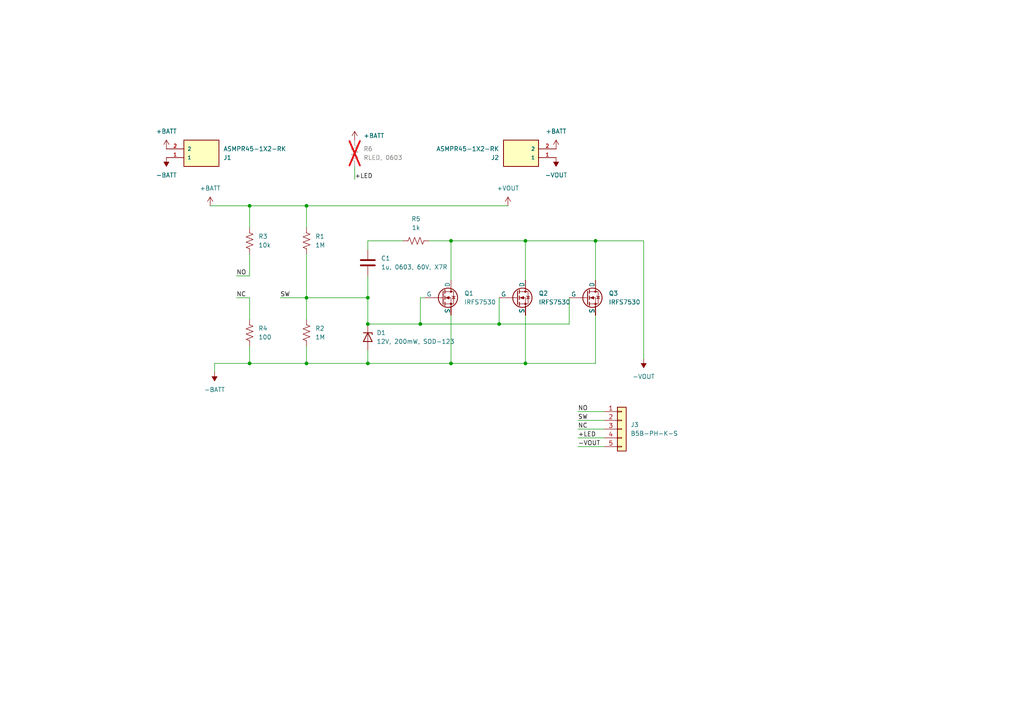
<source format=kicad_sch>
(kicad_sch (version 20231120) (generator "eeschema") (generator_version "8.0")
  (paper "A4")
  (lib_symbols
    (symbol "ASMPR45-1X2-RK:ASMPR45-1X2-RK" (pin_names (offset 1.016))
      (property "Reference" "J" (at -5.08 3.302 0))
      (property "Value" "ASMPR45-1X2-RK" (at -5.08 -7.62 0))
      (symbol "ASMPR45-1X2-RK_0_0"
        (rectangle (start -5.08 -5.08) (end 5.08 2.54) (stroke (width 0.254)) (fill (type background)))
        (pin passive line (at -10.16 0 0) (length 5.08) (name "1") (number "1"))
        (pin passive line (at -10.16 -2.54 0) (length 5.08) (name "2") (number "2"))
      )
    )
    (symbol "Conn_01x05_1" (pin_names (offset 1.016) hide)
      (property "Reference" "J" (at 0 7.62 0))
      (property "Value" "Conn_01x05" (at 0 -7.62 0))
      (symbol "Conn_01x05_1_1_1"
        (rectangle (start -1.27 -4.953) (end 0 -5.207) (stroke (width 0.1524)))
        (rectangle (start -1.27 -2.413) (end 0 -2.667) (stroke (width 0.1524)))
        (rectangle (start -1.27 0.127) (end 0 -0.127) (stroke (width 0.1524)))
        (rectangle (start -1.27 2.667) (end 0 2.413) (stroke (width 0.1524)))
        (rectangle (start -1.27 5.207) (end 0 4.953) (stroke (width 0.1524)))
        (rectangle (start -1.27 6.35) (end 1.27 -6.35) (stroke (width 0.254)) (fill (type background)))
        (pin passive line (at -5.08 5.08 0) (length 3.81) (name "Pin_1") (number "1"))
        (pin passive line (at -5.08 2.54 0) (length 3.81) (name "Pin_2") (number "2"))
        (pin passive line (at -5.08 0 0) (length 3.81) (name "Pin_3") (number "3"))
        (pin passive line (at -5.08 -2.54 0) (length 3.81) (name "Pin_4") (number "4"))
        (pin passive line (at -5.08 -5.08 0) (length 3.81) (name "Pin_5") (number "5"))
      )
    )
    (symbol "Device:C" (pin_numbers hide) (pin_names (offset 0.254))
      (property "Reference" "C" (at 0.635 2.54 0))
      (property "Value" "C" (at 0.635 -2.54 0))
      (symbol "C_0_1"
        (polyline (pts (xy -2.032 -0.762) (xy 2.032 -0.762)) (stroke (width 0.508)))
        (polyline (pts (xy -2.032 0.762) (xy 2.032 0.762)) (stroke (width 0.508)))
      )
      (symbol "C_1_1"
        (pin passive line (at 0 3.81 270) (length 2.794) (name "~") (number "1"))
        (pin passive line (at 0 -3.81 90) (length 2.794) (name "~") (number "2"))
      )
    )
    (symbol "Device:D_Zener" (pin_numbers hide) (pin_names (offset 1.016) hide)
      (property "Reference" "D" (at 0 2.54 0))
      (property "Value" "D_Zener" (at 0 -2.54 0))
      (symbol "D_Zener_0_1"
        (polyline (pts (xy 1.27 0) (xy -1.27 0)))
        (polyline (pts (xy -1.27 -1.27) (xy -1.27 1.27) (xy -0.762 1.27)) (stroke (width 0.254)))
        (polyline (pts (xy 1.27 -1.27) (xy 1.27 1.27) (xy -1.27 0) (xy 1.27 -1.27)) (stroke (width 0.254)))
      )
      (symbol "D_Zener_1_1"
        (pin passive line (at -3.81 0 0) (length 2.54) (name "K") (number "1"))
        (pin passive line (at 3.81 0 180) (length 2.54) (name "A") (number "2"))
      )
    )
    (symbol "Device:R_US" (pin_numbers hide) (pin_names (offset 0))
      (property "Reference" "R" (at 2.54 0 90))
      (property "Value" "R_US" (at -2.54 0 90))
      (symbol "R_US_0_1"
        (polyline (pts (xy 0 -2.286) (xy 0 -2.54)))
        (polyline (pts (xy 0 2.286) (xy 0 2.54)))
        (polyline (pts (xy 0 -0.762) (xy 1.016 -1.143) (xy 0 -1.524) (xy -1.016 -1.905) (xy 0 -2.286)))
        (polyline (pts (xy 0 0.762) (xy 1.016 0.381) (xy 0 0) (xy -1.016 -0.381) (xy 0 -0.762)))
        (polyline (pts (xy 0 2.286) (xy 1.016 1.905) (xy 0 1.524) (xy -1.016 1.143) (xy 0 0.762)))
      )
      (symbol "R_US_1_1"
        (pin passive line (at 0 3.81 270) (length 1.27) (name "~") (number "1"))
        (pin passive line (at 0 -3.81 90) (length 1.27) (name "~") (number "2"))
      )
    )
    (symbol "NMOS_1" (pin_numbers hide) (pin_names (offset 0))
      (property "Reference" "Q1" (at 6.35 1.2701 0))
      (property "Value" "IRFS7530" (at 6.35 -1.2699 0))
      (symbol "NMOS_1_0_1"
        (polyline (pts (xy 0.254 0) (xy -2.54 0)))
        (polyline (pts (xy 0.254 1.905) (xy 0.254 -1.905)) (stroke (width 0.254)))
        (polyline (pts (xy 0.762 -1.27) (xy 0.762 -2.286)) (stroke (width 0.254)))
        (polyline (pts (xy 0.762 0.508) (xy 0.762 -0.508)) (stroke (width 0.254)))
        (polyline (pts (xy 0.762 2.286) (xy 0.762 1.27)) (stroke (width 0.254)))
        (polyline (pts (xy 2.54 2.54) (xy 2.54 1.778)))
        (polyline (pts (xy 2.54 -2.54) (xy 2.54 0) (xy 0.762 0)))
        (polyline (pts (xy 0.762 -1.778) (xy 3.302 -1.778) (xy 3.302 1.778) (xy 0.762 1.778)))
        (polyline (pts (xy 1.016 0) (xy 2.032 0.381) (xy 2.032 -0.381) (xy 1.016 0)) (fill (type outline)))
        (polyline (pts (xy 2.794 0.508) (xy 2.921 0.381) (xy 3.683 0.381) (xy 3.81 0.254)))
        (polyline (pts (xy 3.302 0.381) (xy 2.921 -0.254) (xy 3.683 -0.254) (xy 3.302 0.381)))
        (circle (center 1.651 0) (radius 2.794) (stroke (width 0.254)))
        (circle (center 2.54 -1.778) (radius 0.254) (fill (type outline)))
        (circle (center 2.54 1.778) (radius 0.254) (fill (type outline)))
      )
      (symbol "NMOS_1_1_1"
        (pin input line (at -5.08 0 0) (length 2.54) (name "G") (number "1"))
        (pin passive line (at 2.54 -5.08 90) (length 2.54) (name "S") (number "2"))
        (pin passive line (at 2.54 -5.08 90) (length 2.54) (name "S") (number "3"))
        (pin passive line (at 2.54 5.08 270) (length 2.54) (name "D") (number "4"))
        (pin passive line (at 2.54 -5.08 90) (length 2.54) (name "S") (number "5"))
        (pin passive line (at 2.54 -5.08 90) (length 2.54) (name "S") (number "6"))
        (pin passive line (at 2.54 -5.08 90) (length 2.54) (name "S") (number "7"))
      )
    )
    (symbol "power:+BATT" (power) (pin_numbers hide) (pin_names (offset 0) hide)
      (property "Value" "+BATT" (at 0 3.556 0))
      (symbol "+BATT_0_1"
        (polyline (pts (xy -0.762 1.27) (xy 0 2.54)))
        (polyline (pts (xy 0 0) (xy 0 2.54)))
        (polyline (pts (xy 0 2.54) (xy 0.762 1.27)))
      )
      (symbol "+BATT_1_1"
        (pin power_in line (at 0 0 90) (length 0) (name "~") (number "1"))
      )
    )
    (symbol "power:-BATT" (power) (pin_numbers hide) (pin_names (offset 0) hide)
      (property "Value" "-BATT" (at 0 3.556 0))
      (symbol "-BATT_0_1"
        (polyline (pts (xy 0 0) (xy 0 2.54)))
        (polyline (pts (xy 0.762 1.27) (xy -0.762 1.27) (xy 0 2.54) (xy 0.762 1.27)) (fill (type outline)))
      )
      (symbol "-BATT_1_1"
        (pin power_in line (at 0 0 90) (length 0) (name "~") (number "1"))
      )
    )
  )
  (junction (at 88.9 86.36))
  (junction (at 106.68 105.41))
  (junction (at 130.81 105.41))
  (junction (at 88.9 105.41))
  (junction (at 172.72 69.85))
  (junction (at 72.39 59.69))
  (junction (at 121.92 93.98))
  (junction (at 88.9 59.69))
  (junction (at 152.4 105.41))
  (junction (at 144.78 93.98))
  (junction (at 106.68 93.98))
  (junction (at 72.39 105.41))
  (junction (at 106.68 86.36))
  (junction (at 152.4 69.85))
  (junction (at 130.81 69.85))
  (wire (pts (xy 167.64 124.46) (xy 175.26 124.46)))
  (wire (pts (xy 72.39 59.69) (xy 72.39 66.04)))
  (wire (pts (xy 88.9 86.36) (xy 88.9 92.71)))
  (wire (pts (xy 124.46 69.85) (xy 130.81 69.85)))
  (wire (pts (xy 62.23 105.41) (xy 62.23 107.95)))
  (wire (pts (xy 88.9 86.36) (xy 106.68 86.36)))
  (wire (pts (xy 72.39 73.66) (xy 72.39 80.01)))
  (wire (pts (xy 72.39 105.41) (xy 72.39 100.33)))
  (wire (pts (xy 88.9 66.04) (xy 88.9 59.69)))
  (wire (pts (xy 72.39 59.69) (xy 88.9 59.69)))
  (wire (pts (xy 88.9 73.66) (xy 88.9 86.36)))
  (wire (pts (xy 106.68 101.6) (xy 106.68 105.41)))
  (wire (pts (xy 167.64 121.92) (xy 175.26 121.92)))
  (wire (pts (xy 172.72 69.85) (xy 186.69 69.85)))
  (wire (pts (xy 165.1 93.98) (xy 165.1 86.36)))
  (wire (pts (xy 130.81 69.85) (xy 152.4 69.85)))
  (wire (pts (xy 167.64 127) (xy 175.26 127)))
  (wire (pts (xy 88.9 100.33) (xy 88.9 105.41)))
  (wire (pts (xy 144.78 93.98) (xy 165.1 93.98)))
  (wire (pts (xy 172.72 91.44) (xy 172.72 105.41)))
  (wire (pts (xy 121.92 86.36) (xy 121.92 93.98)))
  (wire (pts (xy 152.4 105.41) (xy 130.81 105.41)))
  (wire (pts (xy 152.4 69.85) (xy 152.4 81.28)))
  (wire (pts (xy 106.68 80.01) (xy 106.68 86.36)))
  (wire (pts (xy 130.81 69.85) (xy 130.81 81.28)))
  (wire (pts (xy 130.81 91.44) (xy 130.81 105.41)))
  (wire (pts (xy 88.9 105.41) (xy 72.39 105.41)))
  (wire (pts (xy 167.64 129.54) (xy 175.26 129.54)))
  (wire (pts (xy 68.58 80.01) (xy 72.39 80.01)))
  (wire (pts (xy 106.68 105.41) (xy 88.9 105.41)))
  (wire (pts (xy 81.28 86.36) (xy 88.9 86.36)))
  (wire (pts (xy 167.64 119.38) (xy 175.26 119.38)))
  (wire (pts (xy 106.68 86.36) (xy 106.68 93.98)))
  (wire (pts (xy 121.92 93.98) (xy 144.78 93.98)))
  (wire (pts (xy 172.72 105.41) (xy 152.4 105.41)))
  (wire (pts (xy 106.68 93.98) (xy 121.92 93.98)))
  (wire (pts (xy 60.96 59.69) (xy 72.39 59.69)))
  (wire (pts (xy 144.78 86.36) (xy 144.78 93.98)))
  (wire (pts (xy 130.81 105.41) (xy 106.68 105.41)))
  (wire (pts (xy 121.92 86.36) (xy 123.19 86.36)))
  (wire (pts (xy 102.87 48.26) (xy 102.87 52.07)))
  (wire (pts (xy 106.68 69.85) (xy 106.68 72.39)))
  (wire (pts (xy 152.4 91.44) (xy 152.4 105.41)))
  (wire (pts (xy 88.9 59.69) (xy 147.32 59.69)))
  (wire (pts (xy 68.58 86.36) (xy 72.39 86.36)))
  (wire (pts (xy 152.4 69.85) (xy 172.72 69.85)))
  (wire (pts (xy 72.39 105.41) (xy 62.23 105.41)))
  (wire (pts (xy 116.84 69.85) (xy 106.68 69.85)))
  (wire (pts (xy 172.72 69.85) (xy 172.72 81.28)))
  (wire (pts (xy 72.39 92.71) (xy 72.39 86.36)))
  (wire (pts (xy 186.69 69.85) (xy 186.69 104.14)))
  (label "-VOUT" (at 167.64 129.54 0))
  (label "NO" (at 68.58 80.01 0))
  (label "NO" (at 167.64 119.38 0))
  (label "NC" (at 167.64 124.46 0))
  (label "SW" (at 167.64 121.92 0))
  (label "SW" (at 81.28 86.36 0))
  (label "+LED" (at 102.87 52.07 0))
  (label "NC" (at 68.58 86.36 0))
  (label "+LED" (at 167.64 127 0))
  (symbol (lib_id "Device:R_US") (at 72.39 96.52 0) (unit 1)
    (property "Reference" "R4" (at 74.93 95.2499 0) (effects (justify left)))
    (property "Value" "100" (at 74.93 97.7899 0) (effects (justify left)))
    (property "Footprint" "Resistor_SMD:R_0603_1608Metric" (effects (hide yes)))
    (property "Description" "Resistor, US symbol" (effects (hide yes)))
  )
  (symbol (lib_id "Device:R_US") (at 102.87 44.45 0) (unit 1) (in_bom no) (dnp yes)
    (property "Reference" "R6" (at 105.41 43.1799 0) (effects (justify left)))
    (property "Value" "RLED, 0603" (at 105.41 45.7199 0) (effects (justify left)))
    (property "Footprint" "Resistor_SMD:R_0603_1608Metric" (effects (hide yes)))
    (property "Description" "Resistor, US symbol" (effects (hide yes)))
  )
  (symbol (lib_name "NMOS_1") (lib_id "Simulation_SPICE:NMOS") (at 128.27 86.36 0) (unit 1)
    (property "Reference" "Q1" (at 134.62 85.0899 0) (effects (justify left)))
    (property "Value" "IRFS7530" (at 134.62 87.6299 0) (effects (justify left)))
    (property "Footprint" "Package_TO_SOT_SMD:TO-263-6" (effects (hide yes)))
    (property "Datasheet" "https://www.infineon.com/dgdl/irfs7530-7ppbf.pdf?fileId=5546d462533600a40153563a9d1e21d8" (effects (hide yes)))
    (property "Description" "N-MOSFET transistor, drain/source/gate" (effects (hide yes)))
    (property "Sim.Device" "NMOS" (effects (hide yes)))
    (property "Sim.Type" "VDMOS" (effects (hide yes)))
    (property "Sim.Pins" "1=D 2=G 3=S" (effects (hide yes)))
  )
  (symbol (lib_id "Device:R_US") (at 88.9 69.85 0) (unit 1)
    (property "Reference" "R1" (at 91.44 68.5799 0) (effects (justify left)))
    (property "Value" "1M" (at 91.44 71.1199 0) (effects (justify left)))
    (property "Footprint" "Resistor_SMD:R_0603_1608Metric" (effects (hide yes)))
    (property "Description" "Resistor, US symbol" (effects (hide yes)))
  )
  (symbol (lib_id "power:+BATT") (at 161.29 43.18 0) (unit 1)
    (property "Reference" "#PWR08" (effects (hide yes)))
    (property "Value" "+BATT" (at 161.29 38.1 0))
    (property "Description" "Power symbol creates a global label with name \"+BATT\"" (effects (hide yes)))
  )
  (symbol (lib_id "power:+BATT") (at 102.87 40.64 0) (unit 1)
    (property "Reference" "#PWR05" (effects (hide yes)))
    (property "Value" "+BATT" (at 105.41 39.3699 0) (effects (justify left)))
    (property "Description" "Power symbol creates a global label with name \"+BATT\"" (effects (hide yes)))
  )
  (symbol (lib_id "Device:R_US") (at 88.9 96.52 0) (unit 1)
    (property "Reference" "R2" (at 91.44 95.2499 0) (effects (justify left)))
    (property "Value" "1M" (at 91.44 97.7899 0) (effects (justify left)))
    (property "Footprint" "Resistor_SMD:R_0603_1608Metric" (effects (hide yes)))
    (property "Description" "Resistor, US symbol" (effects (hide yes)))
  )
  (symbol (lib_id "power:+BATT") (at 147.32 59.69 0) (unit 1)
    (property "Reference" "#PWR02" (effects (hide yes)))
    (property "Value" "+VOUT" (at 147.32 54.61 0))
    (property "Description" "Power symbol creates a global label with name \"+BATT\"" (effects (hide yes)))
  )
  (symbol (lib_id "Device:R_US") (at 72.39 69.85 0) (unit 1)
    (property "Reference" "R3" (at 74.93 68.5799 0) (effects (justify left)))
    (property "Value" "10k" (at 74.93 71.1199 0) (effects (justify left)))
    (property "Footprint" "Resistor_SMD:R_0603_1608Metric" (effects (hide yes)))
    (property "Description" "Resistor, US symbol" (effects (hide yes)))
  )
  (symbol (lib_id "Device:D_Zener") (at 106.68 97.79 270) (unit 1)
    (property "Reference" "D1" (at 109.22 96.5199 90) (effects (justify left)))
    (property "Value" "12V, 200mW, SOD-123" (at 109.22 99.0599 90) (effects (justify left)))
    (property "Footprint" "Diode_SMD:D_SOD-123" (effects (hide yes)))
    (property "Datasheet" "https://www.mccsemi.com/pdf/Products/BZT52C2V4~BZT52C75(500mW)(SOD-123).pdf" (effects (hide yes)))
    (property "Description" "DIODE ZENER 12V 200MW SOD123" (effects (hide yes)))
  )
  (symbol (lib_name "NMOS_1") (lib_id "Simulation_SPICE:NMOS") (at 170.18 86.36 0) (unit 1)
    (property "Reference" "Q3" (at 176.53 85.0899 0) (effects (justify left)))
    (property "Value" "IRFS7530" (at 176.53 87.6299 0) (effects (justify left)))
    (property "Footprint" "Package_TO_SOT_SMD:TO-263-6" (effects (hide yes)))
    (property "Datasheet" "https://www.infineon.com/dgdl/irfs7530-7ppbf.pdf?fileId=5546d462533600a40153563a9d1e21d8" (effects (hide yes)))
    (property "Description" "N-MOSFET transistor, drain/source/gate" (effects (hide yes)))
    (property "Sim.Device" "NMOS" (effects (hide yes)))
    (property "Sim.Type" "VDMOS" (effects (hide yes)))
    (property "Sim.Pins" "1=D 2=G 3=S" (effects (hide yes)))
  )
  (symbol (lib_id "power:-BATT") (at 161.29 45.72 180) (unit 1)
    (property "Reference" "#PWR09" (effects (hide yes)))
    (property "Value" "-VOUT" (at 161.29 50.8 0))
    (property "Description" "Power symbol creates a global label with name \"-BATT\"" (effects (hide yes)))
  )
  (symbol (lib_id "power:+BATT") (at 48.26 43.18 0) (unit 1)
    (property "Reference" "#PWR06" (effects (hide yes)))
    (property "Value" "+BATT" (at 48.26 38.1 0))
    (property "Description" "Power symbol creates a global label with name \"+BATT\"" (effects (hide yes)))
  )
  (symbol (lib_name "Conn_01x05_1") (lib_id "Connector_Generic:Conn_01x05") (at 180.34 124.46 0) (unit 1)
    (property "Reference" "J3" (at 182.88 123.1899 0) (effects (justify left)))
    (property "Value" "B5B-PH-K-S" (at 182.88 125.7299 0) (effects (justify left)))
    (property "Footprint" "Connector_JST:JST_PH_B5B-PH-K_1x05_P2.00mm_Vertical" (effects (hide yes)))
    (property "Datasheet" "https://www.jst-mfg.com/product/pdf/eng/ePH.pdf" (effects (hide yes)))
    (property "Description" "Connector Header Through Hole 5 position 0.079\" (2.00mm)" (effects (hide yes)))
  )
  (symbol (lib_id "power:-BATT") (at 48.26 45.72 180) (unit 1)
    (property "Reference" "#PWR07" (effects (hide yes)))
    (property "Value" "-BATT" (at 48.26 50.8 0))
    (property "Description" "Power symbol creates a global label with name \"-BATT\"" (effects (hide yes)))
  )
  (symbol (lib_id "ASMPR45-1X2-RK:ASMPR45-1X2-RK") (at 58.42 45.72 0) (mirror x) (unit 1)
    (property "Reference" "J1" (at 64.77 45.7201 0) (effects (justify left)))
    (property "Value" "ASMPR45-1X2-RK" (at 64.77 43.1801 0) (effects (justify left)))
    (property "Footprint" "ASMPR45_1X2_RK:APP_ASMPR45-1X2-RK" (effects (hide yes)))
    (property "Datasheet" "https://www.andersonpower.com/content/dam/app/ecommerce/product-pdfs/DS-PP1545.pdf" (effects (hide yes)))
    (property "Description" "2 Position Non-Gendered, Self Mating Connector Solder Surface Mount, Right Angle" (effects (hide yes)))
    (property "PARTREV" "N/A" (effects (hide yes)))
    (property "STANDARD" "Manufacturer Recommendations" (effects (hide yes)))
    (property "MAXIMUM_PACKAGE_HEIGHT" "8.4mm" (effects (hide yes)))
    (property "MANUFACTURER" "APP" (effects (hide yes)))
  )
  (symbol (lib_name "NMOS_1") (lib_id "Simulation_SPICE:NMOS") (at 149.86 86.36 0) (unit 1)
    (property "Reference" "Q2" (at 156.21 85.0899 0) (effects (justify left)))
    (property "Value" "IRFS7530" (at 156.21 87.6299 0) (effects (justify left)))
    (property "Footprint" "Package_TO_SOT_SMD:TO-263-6" (effects (hide yes)))
    (property "Datasheet" "https://www.infineon.com/dgdl/irfs7530-7ppbf.pdf?fileId=5546d462533600a40153563a9d1e21d8" (effects (hide yes)))
    (property "Description" "N-MOSFET transistor, drain/source/gate" (effects (hide yes)))
    (property "Sim.Device" "NMOS" (effects (hide yes)))
    (property "Sim.Type" "VDMOS" (effects (hide yes)))
    (property "Sim.Pins" "1=D 2=G 3=S" (effects (hide yes)))
  )
  (symbol (lib_id "power:+BATT") (at 60.96 59.69 0) (unit 1)
    (property "Reference" "#PWR01" (effects (hide yes)))
    (property "Value" "+BATT" (at 60.96 54.61 0))
    (property "Description" "Power symbol creates a global label with name \"+BATT\"" (effects (hide yes)))
  )
  (symbol (lib_id "power:-BATT") (at 62.23 107.95 180) (unit 1)
    (property "Reference" "#PWR04" (effects (hide yes)))
    (property "Value" "-BATT" (at 62.23 113.03 0))
    (property "Description" "Power symbol creates a global label with name \"-BATT\"" (effects (hide yes)))
  )
  (symbol (lib_id "Device:C") (at 106.68 76.2 0) (unit 1)
    (property "Reference" "C1" (at 110.49 74.9299 0) (effects (justify left)))
    (property "Value" "1u, 0603, 60V, X7R" (at 110.49 77.4699 0) (effects (justify left)))
    (property "Footprint" "Capacitor_SMD:C_0603_1608Metric" (effects (hide yes)))
    (property "Description" "Unpolarized capacitor" (effects (hide yes)))
  )
  (symbol (lib_id "ASMPR45-1X2-RK:ASMPR45-1X2-RK") (at 151.13 45.72 180) (unit 1)
    (property "Reference" "J2" (at 144.78 45.7201 0) (effects (justify left)))
    (property "Value" "ASMPR45-1X2-RK" (at 144.78 43.1801 0) (effects (justify left)))
    (property "Footprint" "ASMPR45_1X2_RK:APP_ASMPR45-1X2-RK" (effects (hide yes)))
    (property "Datasheet" "https://www.andersonpower.com/content/dam/app/ecommerce/product-pdfs/DS-PP1545.pdf" (effects (hide yes)))
    (property "Description" "2 Position Non-Gendered, Self Mating Connector Solder Surface Mount, Right Angle" (effects (hide yes)))
    (property "PARTREV" "N/A" (effects (hide yes)))
    (property "STANDARD" "Manufacturer Recommendations" (effects (hide yes)))
    (property "MAXIMUM_PACKAGE_HEIGHT" "8.4mm" (effects (hide yes)))
    (property "MANUFACTURER" "APP" (effects (hide yes)))
  )
  (symbol (lib_id "Device:R_US") (at 120.65 69.85 90) (unit 1)
    (property "Reference" "R5" (at 120.65 63.5 90))
    (property "Value" "1k" (at 120.65 66.04 90))
    (property "Footprint" "Resistor_SMD:R_0603_1608Metric" (effects (hide yes)))
    (property "Description" "Resistor, US symbol" (effects (hide yes)))
  )
  (symbol (lib_id "power:-BATT") (at 186.69 104.14 180) (unit 1)
    (property "Reference" "#PWR03" (effects (hide yes)))
    (property "Value" "-VOUT" (at 186.69 109.22 0))
    (property "Description" "Power symbol creates a global label with name \"-BATT\"" (effects (hide yes)))
  )
)
</source>
